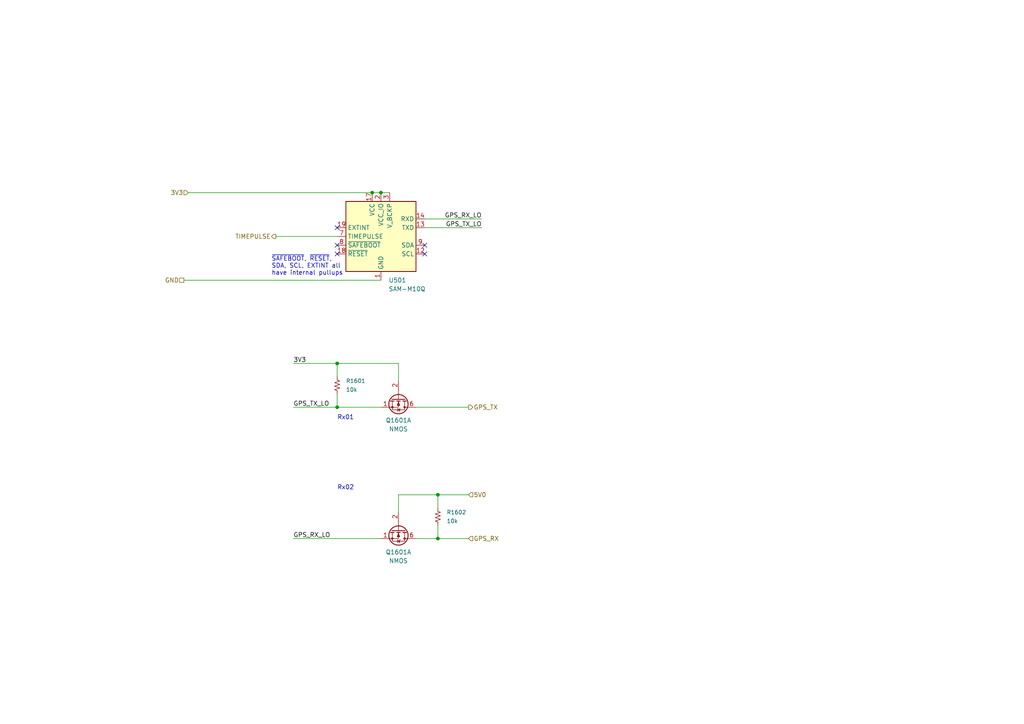
<source format=kicad_sch>
(kicad_sch (version 20230121) (generator eeschema)
  (paper "A4")
  (lib_symbols
    (symbol "Device:Q_Dual_NMOS_S1G1D2S2G2D1" (pin_names (offset 0) hide)
      (property "Reference" "Q" (at 6.35 1.27 0))
      (property "Value" "Q_Dual_NMOS_S1G1D2S2G2D1" (at 19.05 -1.27 0))
      (symbol "Q_Dual_NMOS_S1G1D2S2G2D1_0_1"
        (polyline (pts (xy 0.254 0) (xy -2.54 0)))
        (polyline (pts (xy 0.254 1.905) (xy 0.254 -1.905)) (stroke (width 0.254)))
        (polyline (pts (xy 0.762 -1.27) (xy 0.762 -2.286)) (stroke (width 0.254)))
        (polyline (pts (xy 0.762 0.508) (xy 0.762 -0.508)) (stroke (width 0.254)))
        (polyline (pts (xy 0.762 2.286) (xy 0.762 1.27)) (stroke (width 0.254)))
        (polyline (pts (xy 2.54 2.54) (xy 2.54 1.778)))
        (polyline (pts (xy 2.54 -2.54) (xy 2.54 0) (xy 0.762 0)))
        (polyline (pts (xy 0.762 -1.778) (xy 3.302 -1.778) (xy 3.302 1.778) (xy 0.762 1.778)))
        (polyline (pts (xy 1.016 0) (xy 2.032 0.381) (xy 2.032 -0.381) (xy 1.016 0)) (fill (type outline)))
        (polyline (pts (xy 2.794 0.508) (xy 2.921 0.381) (xy 3.683 0.381) (xy 3.81 0.254)))
        (polyline (pts (xy 3.302 0.381) (xy 2.921 -0.254) (xy 3.683 -0.254) (xy 3.302 0.381)))
        (circle (center 1.651 0) (radius 2.794) (stroke (width 0.254)))
        (circle (center 2.54 -1.778) (radius 0.254) (fill (type outline)))
        (circle (center 2.54 1.778) (radius 0.254) (fill (type outline)))
      )
      (symbol "Q_Dual_NMOS_S1G1D2S2G2D1_1_1"
        (pin passive line (at 2.54 -5.08 90) (length 2.54) (name "S") (number "1"))
        (pin input line (at -5.08 0 0) (length 2.54) (name "G") (number "2"))
        (pin passive line (at 2.54 5.08 270) (length 2.54) (name "D") (number "6"))
      )
      (symbol "Q_Dual_NMOS_S1G1D2S2G2D1_2_1"
        (pin passive line (at 2.54 5.08 270) (length 2.54) (name "D") (number "3"))
        (pin passive line (at 2.54 -5.08 90) (length 2.54) (name "S") (number "4"))
        (pin input line (at -5.08 0 0) (length 2.54) (name "G") (number "5"))
      )
    )
    (symbol "KwanSystems:RESISTOR" (pin_numbers hide) (pin_names (offset 1.016) hide)
      (property "Reference" "R" (at -1.27 1.27 0))
      (property "Value" "RESISTOR" (at -1.27 -2.54 0))
      (symbol "RESISTOR_0_1"
        (polyline (pts (xy 0 0) (xy -0.254 0.762) (xy -0.762 -0.762) (xy -1.27 0.762) (xy -1.524 0)))
        (polyline (pts (xy 0 0) (xy 0.254 -0.762) (xy 0.762 0.762) (xy 1.27 -0.762) (xy 1.524 0)))
      )
      (symbol "RESISTOR_1_1"
        (pin passive line (at -2.54 0 0) (length 0.9906) (name "1") (number "1"))
        (pin passive line (at 2.54 0 180) (length 0.9906) (name "2") (number "2"))
      )
    )
    (symbol "RF_GPS:SAM-M8Q"
      (property "Reference" "U" (at -8.89 11.43 0))
      (property "Value" "SAM-M8Q" (at 8.89 11.43 0))
      (symbol "SAM-M8Q_0_1"
        (rectangle (start -10.16 10.16) (end 10.16 -10.16) (stroke (width 0.254)) (fill (type background)))
      )
      (symbol "SAM-M8Q_1_1"
        (pin power_in line (at 0 -12.7 90) (length 2.54) (name "GND") (number "1"))
        (pin passive line (at 0 -12.7 90) (length 2.54) hide (name "GND") (number "10"))
        (pin passive line (at 0 -12.7 90) (length 2.54) hide (name "GND") (number "11"))
        (pin input line (at 12.7 -5.08 180) (length 2.54) (name "SCL") (number "12"))
        (pin output line (at 12.7 2.54 180) (length 2.54) (name "TXD") (number "13"))
        (pin input line (at 12.7 5.08 180) (length 2.54) (name "RXD") (number "14"))
        (pin passive line (at 0 -12.7 90) (length 2.54) hide (name "GND") (number "15"))
        (pin passive line (at 0 -12.7 90) (length 2.54) hide (name "GND") (number "16"))
        (pin power_in line (at -2.54 12.7 270) (length 2.54) (name "VCC") (number "17"))
        (pin input line (at -12.7 -5.08 0) (length 2.54) (name "~{RESET}") (number "18"))
        (pin input line (at -12.7 2.54 0) (length 2.54) (name "EXTINT") (number "19"))
        (pin power_in line (at 0 12.7 270) (length 2.54) (name "VCC_IO") (number "2"))
        (pin passive line (at 0 -12.7 90) (length 2.54) hide (name "GND") (number "20"))
        (pin power_in line (at 2.54 12.7 270) (length 2.54) (name "V_BCKP") (number "3"))
        (pin passive line (at 0 -12.7 90) (length 2.54) hide (name "GND") (number "4"))
        (pin passive line (at 0 -12.7 90) (length 2.54) hide (name "GND") (number "5"))
        (pin passive line (at 0 -12.7 90) (length 2.54) hide (name "GND") (number "6"))
        (pin output line (at -12.7 0 0) (length 2.54) (name "TIMEPULSE") (number "7"))
        (pin input line (at -12.7 -2.54 0) (length 2.54) (name "~{SAFEBOOT}") (number "8"))
        (pin bidirectional line (at 12.7 -2.54 180) (length 2.54) (name "SDA") (number "9"))
      )
    )
  )
  (junction (at 97.79 105.41))
  (junction (at 127 143.51))
  (junction (at 107.95 55.88))
  (junction (at 110.49 55.88))
  (junction (at 127 156.21))
  (junction (at 97.79 118.11))
  (no_connect (at 123.19 73.66))
  (no_connect (at 97.79 73.66))
  (no_connect (at 123.19 71.12))
  (no_connect (at 97.79 66.04))
  (no_connect (at 97.79 71.12))
  (wire (pts (xy 120.65 156.21) (xy 127 156.21)))
  (wire (pts (xy 123.19 66.04) (xy 139.7 66.04)))
  (wire (pts (xy 115.57 105.41) (xy 115.57 110.49)))
  (wire (pts (xy 127 156.21) (xy 135.89 156.21)))
  (wire (pts (xy 113.03 55.88) (xy 110.49 55.88)))
  (wire (pts (xy 80.01 68.58) (xy 97.79 68.58)))
  (wire (pts (xy 120.65 118.11) (xy 135.89 118.11)))
  (wire (pts (xy 115.57 143.51) (xy 115.57 148.59)))
  (wire (pts (xy 110.49 55.88) (xy 107.95 55.88)))
  (wire (pts (xy 127 143.51) (xy 135.89 143.51)))
  (wire (pts (xy 127 152.4) (xy 127 156.21)))
  (wire (pts (xy 85.09 105.41) (xy 97.79 105.41)))
  (wire (pts (xy 123.19 63.5) (xy 139.7 63.5)))
  (wire (pts (xy 97.79 105.41) (xy 97.79 109.22)))
  (wire (pts (xy 53.34 81.28) (xy 110.49 81.28)))
  (wire (pts (xy 97.79 114.3) (xy 97.79 118.11)))
  (wire (pts (xy 115.57 143.51) (xy 127 143.51)))
  (wire (pts (xy 97.79 105.41) (xy 115.57 105.41)))
  (wire (pts (xy 127 143.51) (xy 127 147.32)))
  (wire (pts (xy 97.79 118.11) (xy 110.49 118.11)))
  (wire (pts (xy 107.95 55.88) (xy 54.61 55.88)))
  (wire (pts (xy 85.09 118.11) (xy 97.79 118.11)))
  (wire (pts (xy 85.09 156.21) (xy 110.49 156.21)))
  (text "Rx01" (at 97.79 121.92 0) (effects (font (size 1.27 1.27)) (justify left bottom)))
  (text "Rx02" (at 97.79 142.24 0) (effects (font (size 1.27 1.27)) (justify left bottom)))
  (text "~{SAFEBOOT}, ~{RESET},\nSDA, SCL, EXTINT all\nhave internal pullups" (at 78.74 80.01 0) (effects (font (size 1.27 1.27)) (justify left bottom)))
  (label "GPS_RX_LO" (at 85.09 156.21 0))
  (label "3V3" (at 85.09 105.41 0))
  (label "GPS_TX_LO" (at 139.7 66.04 180))
  (label "GPS_RX_LO" (at 139.7 63.5 180))
  (label "GPS_TX_LO" (at 85.09 118.11 0))
  (hierarchical_label "GPS_RX" (shape input) (at 135.89 156.21 0))
  (hierarchical_label "GPS_TX" (shape output) (at 135.89 118.11 0))
  (hierarchical_label "GND" (shape passive) (at 53.34 81.28 180))
  (hierarchical_label "TIMEPULSE" (shape output) (at 80.01 68.58 180))
  (hierarchical_label "3V3" (shape input) (at 54.61 55.88 180))
  (hierarchical_label "5V0" (shape input) (at 135.89 143.51 0))
  (symbol (lib_id "RF_GPS:SAM-M8Q") (at 110.49 68.58 0) (unit 1)
    (property "Reference" "U501" (at 112.6841 81.28 0) (effects (justify left)))
    (property "Value" "SAM-M10Q" (at 112.6841 83.82 0) (effects (justify left)))
    (property "Footprint" "RF_GPS:ublox_SAM-M8Q" (effects hide))
    (property "Datasheet" "https://content.u-blox.com/sites/default/files/documents/SAM-M10Q_DataSheet_UBX-22013293.pdf" (effects hide))
    (property "Digikey" "672-SAM-M10Q-00BCT-ND" (effects hide))
    (property "Part Number" "SAM-M10Q-00B" (effects hide))
    (property "Purpose" "GPS" (effects hide))
    (instances (project "Precision23" (path "" (reference "U501") (unit 1)) (path "" (reference "U501") (unit 1)) (path "" (reference "U1001") (unit 1))))
  )
  (symbol (lib_id "Device:Q_Dual_NMOS_S1G1D2S2G2D1") (at 115.57 153.67 270) (unit 1)
    (property "Reference" "Q1601" (at 115.57 160.1454 90))
    (property "Value" "NMOS" (at 115.57 162.6823 90))
    (property "Footprint" "Package_TO_SOT_SMD:SOT-363_SC-70-6" (effects hide))
    (property "Digikey" "SSM6N24TULFCT-ND" (effects hide))
    (property "Purpose" "I2C level shift" (effects hide))
    (instances (project "i2c_level_shift" (path "" (reference "Q1601") (unit 1))) (project "Precision23" (path "" (reference "Q301") (unit 1)) (path "" (reference "Q1001") (unit 2))))
  )
  (symbol (lib_id "KwanSystems:RESISTOR") (at 127 149.86 90) (unit 1)
    (property "Reference" "R1602" (at 129.54 148.59 90) (effects (font (size 1.143 1.143)) (justify right)))
    (property "Value" "10k" (at 129.54 151.13 90) (effects (font (size 1.143 1.143)) (justify right)))
    (property "Footprint" "Resistor_SMD:R_0603_1608Metric" (effects hide))
    (property "Datasheet" "https://industrial.panasonic.com/cdbs/www-data/pdf/RDO0000/AOA0000C331.pdf" (effects hide))
    (property "Purpose" "Level shifter pullup" (effects hide))
    (property "Digikey" "P17199CT-ND" (effects hide))
    (property "Part Number" "ERJ-PA2J103X" (effects hide))
    (instances (project "i2c_level_shift" (path "" (reference "R1602") (unit 1))) (project "Precision23" (path "" (reference "R306") (unit 1)) (path "" (reference "R1005") (unit 1))))
  )
  (symbol (lib_id "Device:Q_Dual_NMOS_S1G1D2S2G2D1") (at 115.57 115.57 270) (unit 1)
    (property "Reference" "Q1601" (at 115.57 121.92 90))
    (property "Value" "NMOS" (at 115.57 124.46 90))
    (property "Footprint" "Package_TO_SOT_SMD:SOT-363_SC-70-6" (effects hide))
    (property "Digikey" "SSM6N24TULFCT-ND" (effects hide))
    (property "Purpose" "I2C level shift" (effects hide))
    (instances (project "i2c_level_shift" (path "" (reference "Q1601") (unit 1))) (project "Precision23" (path "" (reference "Q301") (unit 1)) (path "" (reference "Q1001") (unit 1))))
  )
  (symbol (lib_id "KwanSystems:RESISTOR") (at 97.79 111.76 90) (unit 1)
    (property "Reference" "R1601" (at 100.33 110.49 90) (effects (font (size 1.143 1.143)) (justify right)))
    (property "Value" "10k" (at 100.33 113.03 90) (effects (font (size 1.143 1.143)) (justify right)))
    (property "Footprint" "Resistor_SMD:R_0603_1608Metric" (effects hide))
    (property "Datasheet" "https://industrial.panasonic.com/cdbs/www-data/pdf/RDO0000/AOA0000C331.pdf" (effects hide))
    (property "Purpose" "Level shifter pullup" (effects hide))
    (property "Digikey" "P17199CT-ND" (effects hide))
    (property "Part Number" "ERJ-PA2J103X" (effects hide))
    (instances (project "i2c_level_shift" (path "" (reference "R1601") (unit 1))) (project "Precision23" (path "" (reference "R305") (unit 1)) (path "" (reference "R1001") (unit 1))))
  )
)
</source>
